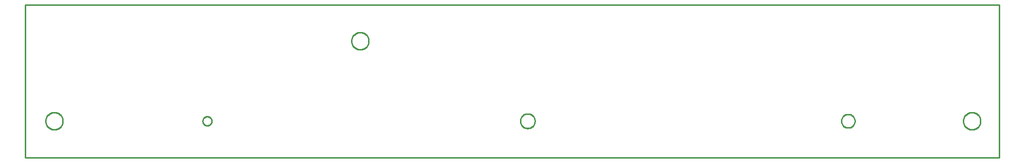
<source format=gko>
G04 EAGLE Gerber RS-274X export*
G75*
%MOMM*%
%FSLAX34Y34*%
%LPD*%
%INBoard Outline*%
%IPPOS*%
%AMOC8*
5,1,8,0,0,1.08239X$1,22.5*%
G01*
%ADD10C,0.000000*%
%ADD11C,0.254000*%


D10*
X0Y-50800D02*
X1698500Y-50800D01*
X1698500Y215800D01*
X0Y215800D01*
X0Y-50800D01*
X1423289Y12700D02*
X1423293Y12990D01*
X1423303Y13280D01*
X1423321Y13569D01*
X1423346Y13858D01*
X1423378Y14146D01*
X1423417Y14433D01*
X1423463Y14719D01*
X1423516Y15004D01*
X1423576Y15288D01*
X1423643Y15570D01*
X1423717Y15850D01*
X1423798Y16129D01*
X1423885Y16405D01*
X1423979Y16679D01*
X1424080Y16951D01*
X1424188Y17220D01*
X1424302Y17486D01*
X1424423Y17750D01*
X1424550Y18010D01*
X1424684Y18268D01*
X1424823Y18522D01*
X1424969Y18772D01*
X1425121Y19019D01*
X1425280Y19262D01*
X1425444Y19501D01*
X1425613Y19736D01*
X1425789Y19967D01*
X1425970Y20193D01*
X1426157Y20415D01*
X1426349Y20632D01*
X1426546Y20844D01*
X1426748Y21052D01*
X1426956Y21254D01*
X1427168Y21451D01*
X1427385Y21643D01*
X1427607Y21830D01*
X1427833Y22011D01*
X1428064Y22187D01*
X1428299Y22356D01*
X1428538Y22520D01*
X1428781Y22679D01*
X1429028Y22831D01*
X1429278Y22977D01*
X1429532Y23116D01*
X1429790Y23250D01*
X1430050Y23377D01*
X1430314Y23498D01*
X1430580Y23612D01*
X1430849Y23720D01*
X1431121Y23821D01*
X1431395Y23915D01*
X1431671Y24002D01*
X1431950Y24083D01*
X1432230Y24157D01*
X1432512Y24224D01*
X1432796Y24284D01*
X1433081Y24337D01*
X1433367Y24383D01*
X1433654Y24422D01*
X1433942Y24454D01*
X1434231Y24479D01*
X1434520Y24497D01*
X1434810Y24507D01*
X1435100Y24511D01*
X1435390Y24507D01*
X1435680Y24497D01*
X1435969Y24479D01*
X1436258Y24454D01*
X1436546Y24422D01*
X1436833Y24383D01*
X1437119Y24337D01*
X1437404Y24284D01*
X1437688Y24224D01*
X1437970Y24157D01*
X1438250Y24083D01*
X1438529Y24002D01*
X1438805Y23915D01*
X1439079Y23821D01*
X1439351Y23720D01*
X1439620Y23612D01*
X1439886Y23498D01*
X1440150Y23377D01*
X1440410Y23250D01*
X1440668Y23116D01*
X1440922Y22977D01*
X1441172Y22831D01*
X1441419Y22679D01*
X1441662Y22520D01*
X1441901Y22356D01*
X1442136Y22187D01*
X1442367Y22011D01*
X1442593Y21830D01*
X1442815Y21643D01*
X1443032Y21451D01*
X1443244Y21254D01*
X1443452Y21052D01*
X1443654Y20844D01*
X1443851Y20632D01*
X1444043Y20415D01*
X1444230Y20193D01*
X1444411Y19967D01*
X1444587Y19736D01*
X1444756Y19501D01*
X1444920Y19262D01*
X1445079Y19019D01*
X1445231Y18772D01*
X1445377Y18522D01*
X1445516Y18268D01*
X1445650Y18010D01*
X1445777Y17750D01*
X1445898Y17486D01*
X1446012Y17220D01*
X1446120Y16951D01*
X1446221Y16679D01*
X1446315Y16405D01*
X1446402Y16129D01*
X1446483Y15850D01*
X1446557Y15570D01*
X1446624Y15288D01*
X1446684Y15004D01*
X1446737Y14719D01*
X1446783Y14433D01*
X1446822Y14146D01*
X1446854Y13858D01*
X1446879Y13569D01*
X1446897Y13280D01*
X1446907Y12990D01*
X1446911Y12700D01*
X1446907Y12410D01*
X1446897Y12120D01*
X1446879Y11831D01*
X1446854Y11542D01*
X1446822Y11254D01*
X1446783Y10967D01*
X1446737Y10681D01*
X1446684Y10396D01*
X1446624Y10112D01*
X1446557Y9830D01*
X1446483Y9550D01*
X1446402Y9271D01*
X1446315Y8995D01*
X1446221Y8721D01*
X1446120Y8449D01*
X1446012Y8180D01*
X1445898Y7914D01*
X1445777Y7650D01*
X1445650Y7390D01*
X1445516Y7132D01*
X1445377Y6878D01*
X1445231Y6628D01*
X1445079Y6381D01*
X1444920Y6138D01*
X1444756Y5899D01*
X1444587Y5664D01*
X1444411Y5433D01*
X1444230Y5207D01*
X1444043Y4985D01*
X1443851Y4768D01*
X1443654Y4556D01*
X1443452Y4348D01*
X1443244Y4146D01*
X1443032Y3949D01*
X1442815Y3757D01*
X1442593Y3570D01*
X1442367Y3389D01*
X1442136Y3213D01*
X1441901Y3044D01*
X1441662Y2880D01*
X1441419Y2721D01*
X1441172Y2569D01*
X1440922Y2423D01*
X1440668Y2284D01*
X1440410Y2150D01*
X1440150Y2023D01*
X1439886Y1902D01*
X1439620Y1788D01*
X1439351Y1680D01*
X1439079Y1579D01*
X1438805Y1485D01*
X1438529Y1398D01*
X1438250Y1317D01*
X1437970Y1243D01*
X1437688Y1176D01*
X1437404Y1116D01*
X1437119Y1063D01*
X1436833Y1017D01*
X1436546Y978D01*
X1436258Y946D01*
X1435969Y921D01*
X1435680Y903D01*
X1435390Y893D01*
X1435100Y889D01*
X1434810Y893D01*
X1434520Y903D01*
X1434231Y921D01*
X1433942Y946D01*
X1433654Y978D01*
X1433367Y1017D01*
X1433081Y1063D01*
X1432796Y1116D01*
X1432512Y1176D01*
X1432230Y1243D01*
X1431950Y1317D01*
X1431671Y1398D01*
X1431395Y1485D01*
X1431121Y1579D01*
X1430849Y1680D01*
X1430580Y1788D01*
X1430314Y1902D01*
X1430050Y2023D01*
X1429790Y2150D01*
X1429532Y2284D01*
X1429278Y2423D01*
X1429028Y2569D01*
X1428781Y2721D01*
X1428538Y2880D01*
X1428299Y3044D01*
X1428064Y3213D01*
X1427833Y3389D01*
X1427607Y3570D01*
X1427385Y3757D01*
X1427168Y3949D01*
X1426956Y4146D01*
X1426748Y4348D01*
X1426546Y4556D01*
X1426349Y4768D01*
X1426157Y4985D01*
X1425970Y5207D01*
X1425789Y5433D01*
X1425613Y5664D01*
X1425444Y5899D01*
X1425280Y6138D01*
X1425121Y6381D01*
X1424969Y6628D01*
X1424823Y6878D01*
X1424684Y7132D01*
X1424550Y7390D01*
X1424423Y7650D01*
X1424302Y7914D01*
X1424188Y8180D01*
X1424080Y8449D01*
X1423979Y8721D01*
X1423885Y8995D01*
X1423798Y9271D01*
X1423717Y9550D01*
X1423643Y9830D01*
X1423576Y10112D01*
X1423516Y10396D01*
X1423463Y10681D01*
X1423417Y10967D01*
X1423378Y11254D01*
X1423346Y11542D01*
X1423321Y11831D01*
X1423303Y12120D01*
X1423293Y12410D01*
X1423289Y12700D01*
X309626Y12700D02*
X309628Y12893D01*
X309635Y13086D01*
X309647Y13279D01*
X309664Y13472D01*
X309685Y13664D01*
X309711Y13855D01*
X309742Y14046D01*
X309777Y14236D01*
X309817Y14425D01*
X309862Y14613D01*
X309911Y14800D01*
X309965Y14986D01*
X310023Y15170D01*
X310086Y15353D01*
X310154Y15534D01*
X310225Y15713D01*
X310302Y15891D01*
X310382Y16067D01*
X310467Y16240D01*
X310556Y16412D01*
X310649Y16581D01*
X310746Y16748D01*
X310848Y16913D01*
X310953Y17075D01*
X311062Y17234D01*
X311176Y17391D01*
X311293Y17544D01*
X311413Y17695D01*
X311538Y17843D01*
X311666Y17988D01*
X311797Y18129D01*
X311932Y18268D01*
X312071Y18403D01*
X312212Y18534D01*
X312357Y18662D01*
X312505Y18787D01*
X312656Y18907D01*
X312809Y19024D01*
X312966Y19138D01*
X313125Y19247D01*
X313287Y19352D01*
X313452Y19454D01*
X313619Y19551D01*
X313788Y19644D01*
X313960Y19733D01*
X314133Y19818D01*
X314309Y19898D01*
X314487Y19975D01*
X314666Y20046D01*
X314847Y20114D01*
X315030Y20177D01*
X315214Y20235D01*
X315400Y20289D01*
X315587Y20338D01*
X315775Y20383D01*
X315964Y20423D01*
X316154Y20458D01*
X316345Y20489D01*
X316536Y20515D01*
X316728Y20536D01*
X316921Y20553D01*
X317114Y20565D01*
X317307Y20572D01*
X317500Y20574D01*
X317693Y20572D01*
X317886Y20565D01*
X318079Y20553D01*
X318272Y20536D01*
X318464Y20515D01*
X318655Y20489D01*
X318846Y20458D01*
X319036Y20423D01*
X319225Y20383D01*
X319413Y20338D01*
X319600Y20289D01*
X319786Y20235D01*
X319970Y20177D01*
X320153Y20114D01*
X320334Y20046D01*
X320513Y19975D01*
X320691Y19898D01*
X320867Y19818D01*
X321040Y19733D01*
X321212Y19644D01*
X321381Y19551D01*
X321548Y19454D01*
X321713Y19352D01*
X321875Y19247D01*
X322034Y19138D01*
X322191Y19024D01*
X322344Y18907D01*
X322495Y18787D01*
X322643Y18662D01*
X322788Y18534D01*
X322929Y18403D01*
X323068Y18268D01*
X323203Y18129D01*
X323334Y17988D01*
X323462Y17843D01*
X323587Y17695D01*
X323707Y17544D01*
X323824Y17391D01*
X323938Y17234D01*
X324047Y17075D01*
X324152Y16913D01*
X324254Y16748D01*
X324351Y16581D01*
X324444Y16412D01*
X324533Y16240D01*
X324618Y16067D01*
X324698Y15891D01*
X324775Y15713D01*
X324846Y15534D01*
X324914Y15353D01*
X324977Y15170D01*
X325035Y14986D01*
X325089Y14800D01*
X325138Y14613D01*
X325183Y14425D01*
X325223Y14236D01*
X325258Y14046D01*
X325289Y13855D01*
X325315Y13664D01*
X325336Y13472D01*
X325353Y13279D01*
X325365Y13086D01*
X325372Y12893D01*
X325374Y12700D01*
X325372Y12507D01*
X325365Y12314D01*
X325353Y12121D01*
X325336Y11928D01*
X325315Y11736D01*
X325289Y11545D01*
X325258Y11354D01*
X325223Y11164D01*
X325183Y10975D01*
X325138Y10787D01*
X325089Y10600D01*
X325035Y10414D01*
X324977Y10230D01*
X324914Y10047D01*
X324846Y9866D01*
X324775Y9687D01*
X324698Y9509D01*
X324618Y9333D01*
X324533Y9160D01*
X324444Y8988D01*
X324351Y8819D01*
X324254Y8652D01*
X324152Y8487D01*
X324047Y8325D01*
X323938Y8166D01*
X323824Y8009D01*
X323707Y7856D01*
X323587Y7705D01*
X323462Y7557D01*
X323334Y7412D01*
X323203Y7271D01*
X323068Y7132D01*
X322929Y6997D01*
X322788Y6866D01*
X322643Y6738D01*
X322495Y6613D01*
X322344Y6493D01*
X322191Y6376D01*
X322034Y6262D01*
X321875Y6153D01*
X321713Y6048D01*
X321548Y5946D01*
X321381Y5849D01*
X321212Y5756D01*
X321040Y5667D01*
X320867Y5582D01*
X320691Y5502D01*
X320513Y5425D01*
X320334Y5354D01*
X320153Y5286D01*
X319970Y5223D01*
X319786Y5165D01*
X319600Y5111D01*
X319413Y5062D01*
X319225Y5017D01*
X319036Y4977D01*
X318846Y4942D01*
X318655Y4911D01*
X318464Y4885D01*
X318272Y4864D01*
X318079Y4847D01*
X317886Y4835D01*
X317693Y4828D01*
X317500Y4826D01*
X317307Y4828D01*
X317114Y4835D01*
X316921Y4847D01*
X316728Y4864D01*
X316536Y4885D01*
X316345Y4911D01*
X316154Y4942D01*
X315964Y4977D01*
X315775Y5017D01*
X315587Y5062D01*
X315400Y5111D01*
X315214Y5165D01*
X315030Y5223D01*
X314847Y5286D01*
X314666Y5354D01*
X314487Y5425D01*
X314309Y5502D01*
X314133Y5582D01*
X313960Y5667D01*
X313788Y5756D01*
X313619Y5849D01*
X313452Y5946D01*
X313287Y6048D01*
X313125Y6153D01*
X312966Y6262D01*
X312809Y6376D01*
X312656Y6493D01*
X312505Y6613D01*
X312357Y6738D01*
X312212Y6866D01*
X312071Y6997D01*
X311932Y7132D01*
X311797Y7271D01*
X311666Y7412D01*
X311538Y7557D01*
X311413Y7705D01*
X311293Y7856D01*
X311176Y8009D01*
X311062Y8166D01*
X310953Y8325D01*
X310848Y8487D01*
X310746Y8652D01*
X310649Y8819D01*
X310556Y8988D01*
X310467Y9160D01*
X310382Y9333D01*
X310302Y9509D01*
X310225Y9687D01*
X310154Y9866D01*
X310086Y10047D01*
X310023Y10230D01*
X309965Y10414D01*
X309911Y10600D01*
X309862Y10787D01*
X309817Y10975D01*
X309777Y11164D01*
X309742Y11354D01*
X309711Y11545D01*
X309685Y11736D01*
X309664Y11928D01*
X309647Y12121D01*
X309635Y12314D01*
X309628Y12507D01*
X309626Y12700D01*
X863600Y12700D02*
X863604Y13012D01*
X863615Y13323D01*
X863634Y13634D01*
X863661Y13945D01*
X863696Y14255D01*
X863737Y14563D01*
X863787Y14871D01*
X863844Y15178D01*
X863909Y15483D01*
X863981Y15786D01*
X864060Y16087D01*
X864147Y16387D01*
X864241Y16684D01*
X864342Y16979D01*
X864451Y17271D01*
X864567Y17560D01*
X864690Y17847D01*
X864819Y18130D01*
X864956Y18410D01*
X865100Y18687D01*
X865250Y18960D01*
X865407Y19229D01*
X865570Y19494D01*
X865740Y19756D01*
X865917Y20013D01*
X866099Y20265D01*
X866288Y20513D01*
X866483Y20757D01*
X866683Y20995D01*
X866890Y21229D01*
X867102Y21457D01*
X867320Y21680D01*
X867543Y21898D01*
X867771Y22110D01*
X868005Y22317D01*
X868243Y22517D01*
X868487Y22712D01*
X868735Y22901D01*
X868987Y23083D01*
X869244Y23260D01*
X869506Y23430D01*
X869771Y23593D01*
X870040Y23750D01*
X870313Y23900D01*
X870590Y24044D01*
X870870Y24181D01*
X871153Y24310D01*
X871440Y24433D01*
X871729Y24549D01*
X872021Y24658D01*
X872316Y24759D01*
X872613Y24853D01*
X872913Y24940D01*
X873214Y25019D01*
X873517Y25091D01*
X873822Y25156D01*
X874129Y25213D01*
X874437Y25263D01*
X874745Y25304D01*
X875055Y25339D01*
X875366Y25366D01*
X875677Y25385D01*
X875988Y25396D01*
X876300Y25400D01*
X876612Y25396D01*
X876923Y25385D01*
X877234Y25366D01*
X877545Y25339D01*
X877855Y25304D01*
X878163Y25263D01*
X878471Y25213D01*
X878778Y25156D01*
X879083Y25091D01*
X879386Y25019D01*
X879687Y24940D01*
X879987Y24853D01*
X880284Y24759D01*
X880579Y24658D01*
X880871Y24549D01*
X881160Y24433D01*
X881447Y24310D01*
X881730Y24181D01*
X882010Y24044D01*
X882287Y23900D01*
X882560Y23750D01*
X882829Y23593D01*
X883094Y23430D01*
X883356Y23260D01*
X883613Y23083D01*
X883865Y22901D01*
X884113Y22712D01*
X884357Y22517D01*
X884595Y22317D01*
X884829Y22110D01*
X885057Y21898D01*
X885280Y21680D01*
X885498Y21457D01*
X885710Y21229D01*
X885917Y20995D01*
X886117Y20757D01*
X886312Y20513D01*
X886501Y20265D01*
X886683Y20013D01*
X886860Y19756D01*
X887030Y19494D01*
X887193Y19229D01*
X887350Y18960D01*
X887500Y18687D01*
X887644Y18410D01*
X887781Y18130D01*
X887910Y17847D01*
X888033Y17560D01*
X888149Y17271D01*
X888258Y16979D01*
X888359Y16684D01*
X888453Y16387D01*
X888540Y16087D01*
X888619Y15786D01*
X888691Y15483D01*
X888756Y15178D01*
X888813Y14871D01*
X888863Y14563D01*
X888904Y14255D01*
X888939Y13945D01*
X888966Y13634D01*
X888985Y13323D01*
X888996Y13012D01*
X889000Y12700D01*
X888996Y12388D01*
X888985Y12077D01*
X888966Y11766D01*
X888939Y11455D01*
X888904Y11145D01*
X888863Y10837D01*
X888813Y10529D01*
X888756Y10222D01*
X888691Y9917D01*
X888619Y9614D01*
X888540Y9313D01*
X888453Y9013D01*
X888359Y8716D01*
X888258Y8421D01*
X888149Y8129D01*
X888033Y7840D01*
X887910Y7553D01*
X887781Y7270D01*
X887644Y6990D01*
X887500Y6713D01*
X887350Y6440D01*
X887193Y6171D01*
X887030Y5906D01*
X886860Y5644D01*
X886683Y5387D01*
X886501Y5135D01*
X886312Y4887D01*
X886117Y4643D01*
X885917Y4405D01*
X885710Y4171D01*
X885498Y3943D01*
X885280Y3720D01*
X885057Y3502D01*
X884829Y3290D01*
X884595Y3083D01*
X884357Y2883D01*
X884113Y2688D01*
X883865Y2499D01*
X883613Y2317D01*
X883356Y2140D01*
X883094Y1970D01*
X882829Y1807D01*
X882560Y1650D01*
X882287Y1500D01*
X882010Y1356D01*
X881730Y1219D01*
X881447Y1090D01*
X881160Y967D01*
X880871Y851D01*
X880579Y742D01*
X880284Y641D01*
X879987Y547D01*
X879687Y460D01*
X879386Y381D01*
X879083Y309D01*
X878778Y244D01*
X878471Y187D01*
X878163Y137D01*
X877855Y96D01*
X877545Y61D01*
X877234Y34D01*
X876923Y15D01*
X876612Y4D01*
X876300Y0D01*
X875988Y4D01*
X875677Y15D01*
X875366Y34D01*
X875055Y61D01*
X874745Y96D01*
X874437Y137D01*
X874129Y187D01*
X873822Y244D01*
X873517Y309D01*
X873214Y381D01*
X872913Y460D01*
X872613Y547D01*
X872316Y641D01*
X872021Y742D01*
X871729Y851D01*
X871440Y967D01*
X871153Y1090D01*
X870870Y1219D01*
X870590Y1356D01*
X870313Y1500D01*
X870040Y1650D01*
X869771Y1807D01*
X869506Y1970D01*
X869244Y2140D01*
X868987Y2317D01*
X868735Y2499D01*
X868487Y2688D01*
X868243Y2883D01*
X868005Y3083D01*
X867771Y3290D01*
X867543Y3502D01*
X867320Y3720D01*
X867102Y3943D01*
X866890Y4171D01*
X866683Y4405D01*
X866483Y4643D01*
X866288Y4887D01*
X866099Y5135D01*
X865917Y5387D01*
X865740Y5644D01*
X865570Y5906D01*
X865407Y6171D01*
X865250Y6440D01*
X865100Y6713D01*
X864956Y6990D01*
X864819Y7270D01*
X864690Y7553D01*
X864567Y7840D01*
X864451Y8129D01*
X864342Y8421D01*
X864241Y8716D01*
X864147Y9013D01*
X864060Y9313D01*
X863981Y9614D01*
X863909Y9917D01*
X863844Y10222D01*
X863787Y10529D01*
X863737Y10837D01*
X863696Y11145D01*
X863661Y11455D01*
X863634Y11766D01*
X863615Y12077D01*
X863604Y12388D01*
X863600Y12700D01*
X35800Y12700D02*
X35805Y13068D01*
X35818Y13436D01*
X35841Y13803D01*
X35872Y14170D01*
X35913Y14536D01*
X35962Y14901D01*
X36021Y15264D01*
X36088Y15626D01*
X36164Y15987D01*
X36250Y16345D01*
X36343Y16701D01*
X36446Y17054D01*
X36557Y17405D01*
X36677Y17753D01*
X36805Y18098D01*
X36942Y18440D01*
X37087Y18779D01*
X37240Y19113D01*
X37402Y19444D01*
X37571Y19771D01*
X37749Y20093D01*
X37934Y20412D01*
X38127Y20725D01*
X38328Y21034D01*
X38536Y21337D01*
X38752Y21635D01*
X38975Y21928D01*
X39205Y22216D01*
X39442Y22498D01*
X39686Y22773D01*
X39936Y23043D01*
X40193Y23307D01*
X40457Y23564D01*
X40727Y23814D01*
X41002Y24058D01*
X41284Y24295D01*
X41572Y24525D01*
X41865Y24748D01*
X42163Y24964D01*
X42466Y25172D01*
X42775Y25373D01*
X43088Y25566D01*
X43407Y25751D01*
X43729Y25929D01*
X44056Y26098D01*
X44387Y26260D01*
X44721Y26413D01*
X45060Y26558D01*
X45402Y26695D01*
X45747Y26823D01*
X46095Y26943D01*
X46446Y27054D01*
X46799Y27157D01*
X47155Y27250D01*
X47513Y27336D01*
X47874Y27412D01*
X48236Y27479D01*
X48599Y27538D01*
X48964Y27587D01*
X49330Y27628D01*
X49697Y27659D01*
X50064Y27682D01*
X50432Y27695D01*
X50800Y27700D01*
X51168Y27695D01*
X51536Y27682D01*
X51903Y27659D01*
X52270Y27628D01*
X52636Y27587D01*
X53001Y27538D01*
X53364Y27479D01*
X53726Y27412D01*
X54087Y27336D01*
X54445Y27250D01*
X54801Y27157D01*
X55154Y27054D01*
X55505Y26943D01*
X55853Y26823D01*
X56198Y26695D01*
X56540Y26558D01*
X56879Y26413D01*
X57213Y26260D01*
X57544Y26098D01*
X57871Y25929D01*
X58193Y25751D01*
X58512Y25566D01*
X58825Y25373D01*
X59134Y25172D01*
X59437Y24964D01*
X59735Y24748D01*
X60028Y24525D01*
X60316Y24295D01*
X60598Y24058D01*
X60873Y23814D01*
X61143Y23564D01*
X61407Y23307D01*
X61664Y23043D01*
X61914Y22773D01*
X62158Y22498D01*
X62395Y22216D01*
X62625Y21928D01*
X62848Y21635D01*
X63064Y21337D01*
X63272Y21034D01*
X63473Y20725D01*
X63666Y20412D01*
X63851Y20093D01*
X64029Y19771D01*
X64198Y19444D01*
X64360Y19113D01*
X64513Y18779D01*
X64658Y18440D01*
X64795Y18098D01*
X64923Y17753D01*
X65043Y17405D01*
X65154Y17054D01*
X65257Y16701D01*
X65350Y16345D01*
X65436Y15987D01*
X65512Y15626D01*
X65579Y15264D01*
X65638Y14901D01*
X65687Y14536D01*
X65728Y14170D01*
X65759Y13803D01*
X65782Y13436D01*
X65795Y13068D01*
X65800Y12700D01*
X65795Y12332D01*
X65782Y11964D01*
X65759Y11597D01*
X65728Y11230D01*
X65687Y10864D01*
X65638Y10499D01*
X65579Y10136D01*
X65512Y9774D01*
X65436Y9413D01*
X65350Y9055D01*
X65257Y8699D01*
X65154Y8346D01*
X65043Y7995D01*
X64923Y7647D01*
X64795Y7302D01*
X64658Y6960D01*
X64513Y6621D01*
X64360Y6287D01*
X64198Y5956D01*
X64029Y5629D01*
X63851Y5307D01*
X63666Y4988D01*
X63473Y4675D01*
X63272Y4366D01*
X63064Y4063D01*
X62848Y3765D01*
X62625Y3472D01*
X62395Y3184D01*
X62158Y2902D01*
X61914Y2627D01*
X61664Y2357D01*
X61407Y2093D01*
X61143Y1836D01*
X60873Y1586D01*
X60598Y1342D01*
X60316Y1105D01*
X60028Y875D01*
X59735Y652D01*
X59437Y436D01*
X59134Y228D01*
X58825Y27D01*
X58512Y-166D01*
X58193Y-351D01*
X57871Y-529D01*
X57544Y-698D01*
X57213Y-860D01*
X56879Y-1013D01*
X56540Y-1158D01*
X56198Y-1295D01*
X55853Y-1423D01*
X55505Y-1543D01*
X55154Y-1654D01*
X54801Y-1757D01*
X54445Y-1850D01*
X54087Y-1936D01*
X53726Y-2012D01*
X53364Y-2079D01*
X53001Y-2138D01*
X52636Y-2187D01*
X52270Y-2228D01*
X51903Y-2259D01*
X51536Y-2282D01*
X51168Y-2295D01*
X50800Y-2300D01*
X50432Y-2295D01*
X50064Y-2282D01*
X49697Y-2259D01*
X49330Y-2228D01*
X48964Y-2187D01*
X48599Y-2138D01*
X48236Y-2079D01*
X47874Y-2012D01*
X47513Y-1936D01*
X47155Y-1850D01*
X46799Y-1757D01*
X46446Y-1654D01*
X46095Y-1543D01*
X45747Y-1423D01*
X45402Y-1295D01*
X45060Y-1158D01*
X44721Y-1013D01*
X44387Y-860D01*
X44056Y-698D01*
X43729Y-529D01*
X43407Y-351D01*
X43088Y-166D01*
X42775Y27D01*
X42466Y228D01*
X42163Y436D01*
X41865Y652D01*
X41572Y875D01*
X41284Y1105D01*
X41002Y1342D01*
X40727Y1586D01*
X40457Y1836D01*
X40193Y2093D01*
X39936Y2357D01*
X39686Y2627D01*
X39442Y2902D01*
X39205Y3184D01*
X38975Y3472D01*
X38752Y3765D01*
X38536Y4063D01*
X38328Y4366D01*
X38127Y4675D01*
X37934Y4988D01*
X37749Y5307D01*
X37571Y5629D01*
X37402Y5956D01*
X37240Y6287D01*
X37087Y6621D01*
X36942Y6960D01*
X36805Y7302D01*
X36677Y7647D01*
X36557Y7995D01*
X36446Y8346D01*
X36343Y8699D01*
X36250Y9055D01*
X36164Y9413D01*
X36088Y9774D01*
X36021Y10136D01*
X35962Y10499D01*
X35913Y10864D01*
X35872Y11230D01*
X35841Y11597D01*
X35818Y11964D01*
X35805Y12332D01*
X35800Y12700D01*
X1636000Y12700D02*
X1636005Y13068D01*
X1636018Y13436D01*
X1636041Y13803D01*
X1636072Y14170D01*
X1636113Y14536D01*
X1636162Y14901D01*
X1636221Y15264D01*
X1636288Y15626D01*
X1636364Y15987D01*
X1636450Y16345D01*
X1636543Y16701D01*
X1636646Y17054D01*
X1636757Y17405D01*
X1636877Y17753D01*
X1637005Y18098D01*
X1637142Y18440D01*
X1637287Y18779D01*
X1637440Y19113D01*
X1637602Y19444D01*
X1637771Y19771D01*
X1637949Y20093D01*
X1638134Y20412D01*
X1638327Y20725D01*
X1638528Y21034D01*
X1638736Y21337D01*
X1638952Y21635D01*
X1639175Y21928D01*
X1639405Y22216D01*
X1639642Y22498D01*
X1639886Y22773D01*
X1640136Y23043D01*
X1640393Y23307D01*
X1640657Y23564D01*
X1640927Y23814D01*
X1641202Y24058D01*
X1641484Y24295D01*
X1641772Y24525D01*
X1642065Y24748D01*
X1642363Y24964D01*
X1642666Y25172D01*
X1642975Y25373D01*
X1643288Y25566D01*
X1643607Y25751D01*
X1643929Y25929D01*
X1644256Y26098D01*
X1644587Y26260D01*
X1644921Y26413D01*
X1645260Y26558D01*
X1645602Y26695D01*
X1645947Y26823D01*
X1646295Y26943D01*
X1646646Y27054D01*
X1646999Y27157D01*
X1647355Y27250D01*
X1647713Y27336D01*
X1648074Y27412D01*
X1648436Y27479D01*
X1648799Y27538D01*
X1649164Y27587D01*
X1649530Y27628D01*
X1649897Y27659D01*
X1650264Y27682D01*
X1650632Y27695D01*
X1651000Y27700D01*
X1651368Y27695D01*
X1651736Y27682D01*
X1652103Y27659D01*
X1652470Y27628D01*
X1652836Y27587D01*
X1653201Y27538D01*
X1653564Y27479D01*
X1653926Y27412D01*
X1654287Y27336D01*
X1654645Y27250D01*
X1655001Y27157D01*
X1655354Y27054D01*
X1655705Y26943D01*
X1656053Y26823D01*
X1656398Y26695D01*
X1656740Y26558D01*
X1657079Y26413D01*
X1657413Y26260D01*
X1657744Y26098D01*
X1658071Y25929D01*
X1658393Y25751D01*
X1658712Y25566D01*
X1659025Y25373D01*
X1659334Y25172D01*
X1659637Y24964D01*
X1659935Y24748D01*
X1660228Y24525D01*
X1660516Y24295D01*
X1660798Y24058D01*
X1661073Y23814D01*
X1661343Y23564D01*
X1661607Y23307D01*
X1661864Y23043D01*
X1662114Y22773D01*
X1662358Y22498D01*
X1662595Y22216D01*
X1662825Y21928D01*
X1663048Y21635D01*
X1663264Y21337D01*
X1663472Y21034D01*
X1663673Y20725D01*
X1663866Y20412D01*
X1664051Y20093D01*
X1664229Y19771D01*
X1664398Y19444D01*
X1664560Y19113D01*
X1664713Y18779D01*
X1664858Y18440D01*
X1664995Y18098D01*
X1665123Y17753D01*
X1665243Y17405D01*
X1665354Y17054D01*
X1665457Y16701D01*
X1665550Y16345D01*
X1665636Y15987D01*
X1665712Y15626D01*
X1665779Y15264D01*
X1665838Y14901D01*
X1665887Y14536D01*
X1665928Y14170D01*
X1665959Y13803D01*
X1665982Y13436D01*
X1665995Y13068D01*
X1666000Y12700D01*
X1665995Y12332D01*
X1665982Y11964D01*
X1665959Y11597D01*
X1665928Y11230D01*
X1665887Y10864D01*
X1665838Y10499D01*
X1665779Y10136D01*
X1665712Y9774D01*
X1665636Y9413D01*
X1665550Y9055D01*
X1665457Y8699D01*
X1665354Y8346D01*
X1665243Y7995D01*
X1665123Y7647D01*
X1664995Y7302D01*
X1664858Y6960D01*
X1664713Y6621D01*
X1664560Y6287D01*
X1664398Y5956D01*
X1664229Y5629D01*
X1664051Y5307D01*
X1663866Y4988D01*
X1663673Y4675D01*
X1663472Y4366D01*
X1663264Y4063D01*
X1663048Y3765D01*
X1662825Y3472D01*
X1662595Y3184D01*
X1662358Y2902D01*
X1662114Y2627D01*
X1661864Y2357D01*
X1661607Y2093D01*
X1661343Y1836D01*
X1661073Y1586D01*
X1660798Y1342D01*
X1660516Y1105D01*
X1660228Y875D01*
X1659935Y652D01*
X1659637Y436D01*
X1659334Y228D01*
X1659025Y27D01*
X1658712Y-166D01*
X1658393Y-351D01*
X1658071Y-529D01*
X1657744Y-698D01*
X1657413Y-860D01*
X1657079Y-1013D01*
X1656740Y-1158D01*
X1656398Y-1295D01*
X1656053Y-1423D01*
X1655705Y-1543D01*
X1655354Y-1654D01*
X1655001Y-1757D01*
X1654645Y-1850D01*
X1654287Y-1936D01*
X1653926Y-2012D01*
X1653564Y-2079D01*
X1653201Y-2138D01*
X1652836Y-2187D01*
X1652470Y-2228D01*
X1652103Y-2259D01*
X1651736Y-2282D01*
X1651368Y-2295D01*
X1651000Y-2300D01*
X1650632Y-2295D01*
X1650264Y-2282D01*
X1649897Y-2259D01*
X1649530Y-2228D01*
X1649164Y-2187D01*
X1648799Y-2138D01*
X1648436Y-2079D01*
X1648074Y-2012D01*
X1647713Y-1936D01*
X1647355Y-1850D01*
X1646999Y-1757D01*
X1646646Y-1654D01*
X1646295Y-1543D01*
X1645947Y-1423D01*
X1645602Y-1295D01*
X1645260Y-1158D01*
X1644921Y-1013D01*
X1644587Y-860D01*
X1644256Y-698D01*
X1643929Y-529D01*
X1643607Y-351D01*
X1643288Y-166D01*
X1642975Y27D01*
X1642666Y228D01*
X1642363Y436D01*
X1642065Y652D01*
X1641772Y875D01*
X1641484Y1105D01*
X1641202Y1342D01*
X1640927Y1586D01*
X1640657Y1836D01*
X1640393Y2093D01*
X1640136Y2357D01*
X1639886Y2627D01*
X1639642Y2902D01*
X1639405Y3184D01*
X1639175Y3472D01*
X1638952Y3765D01*
X1638736Y4063D01*
X1638528Y4366D01*
X1638327Y4675D01*
X1638134Y4988D01*
X1637949Y5307D01*
X1637771Y5629D01*
X1637602Y5956D01*
X1637440Y6287D01*
X1637287Y6621D01*
X1637142Y6960D01*
X1637005Y7302D01*
X1636877Y7647D01*
X1636757Y7995D01*
X1636646Y8346D01*
X1636543Y8699D01*
X1636450Y9055D01*
X1636364Y9413D01*
X1636288Y9774D01*
X1636221Y10136D01*
X1636162Y10499D01*
X1636113Y10864D01*
X1636072Y11230D01*
X1636041Y11597D01*
X1636018Y11964D01*
X1636005Y12332D01*
X1636000Y12700D01*
X569200Y152400D02*
X569205Y152768D01*
X569218Y153136D01*
X569241Y153503D01*
X569272Y153870D01*
X569313Y154236D01*
X569362Y154601D01*
X569421Y154964D01*
X569488Y155326D01*
X569564Y155687D01*
X569650Y156045D01*
X569743Y156401D01*
X569846Y156754D01*
X569957Y157105D01*
X570077Y157453D01*
X570205Y157798D01*
X570342Y158140D01*
X570487Y158479D01*
X570640Y158813D01*
X570802Y159144D01*
X570971Y159471D01*
X571149Y159793D01*
X571334Y160112D01*
X571527Y160425D01*
X571728Y160734D01*
X571936Y161037D01*
X572152Y161335D01*
X572375Y161628D01*
X572605Y161916D01*
X572842Y162198D01*
X573086Y162473D01*
X573336Y162743D01*
X573593Y163007D01*
X573857Y163264D01*
X574127Y163514D01*
X574402Y163758D01*
X574684Y163995D01*
X574972Y164225D01*
X575265Y164448D01*
X575563Y164664D01*
X575866Y164872D01*
X576175Y165073D01*
X576488Y165266D01*
X576807Y165451D01*
X577129Y165629D01*
X577456Y165798D01*
X577787Y165960D01*
X578121Y166113D01*
X578460Y166258D01*
X578802Y166395D01*
X579147Y166523D01*
X579495Y166643D01*
X579846Y166754D01*
X580199Y166857D01*
X580555Y166950D01*
X580913Y167036D01*
X581274Y167112D01*
X581636Y167179D01*
X581999Y167238D01*
X582364Y167287D01*
X582730Y167328D01*
X583097Y167359D01*
X583464Y167382D01*
X583832Y167395D01*
X584200Y167400D01*
X584568Y167395D01*
X584936Y167382D01*
X585303Y167359D01*
X585670Y167328D01*
X586036Y167287D01*
X586401Y167238D01*
X586764Y167179D01*
X587126Y167112D01*
X587487Y167036D01*
X587845Y166950D01*
X588201Y166857D01*
X588554Y166754D01*
X588905Y166643D01*
X589253Y166523D01*
X589598Y166395D01*
X589940Y166258D01*
X590279Y166113D01*
X590613Y165960D01*
X590944Y165798D01*
X591271Y165629D01*
X591593Y165451D01*
X591912Y165266D01*
X592225Y165073D01*
X592534Y164872D01*
X592837Y164664D01*
X593135Y164448D01*
X593428Y164225D01*
X593716Y163995D01*
X593998Y163758D01*
X594273Y163514D01*
X594543Y163264D01*
X594807Y163007D01*
X595064Y162743D01*
X595314Y162473D01*
X595558Y162198D01*
X595795Y161916D01*
X596025Y161628D01*
X596248Y161335D01*
X596464Y161037D01*
X596672Y160734D01*
X596873Y160425D01*
X597066Y160112D01*
X597251Y159793D01*
X597429Y159471D01*
X597598Y159144D01*
X597760Y158813D01*
X597913Y158479D01*
X598058Y158140D01*
X598195Y157798D01*
X598323Y157453D01*
X598443Y157105D01*
X598554Y156754D01*
X598657Y156401D01*
X598750Y156045D01*
X598836Y155687D01*
X598912Y155326D01*
X598979Y154964D01*
X599038Y154601D01*
X599087Y154236D01*
X599128Y153870D01*
X599159Y153503D01*
X599182Y153136D01*
X599195Y152768D01*
X599200Y152400D01*
X599195Y152032D01*
X599182Y151664D01*
X599159Y151297D01*
X599128Y150930D01*
X599087Y150564D01*
X599038Y150199D01*
X598979Y149836D01*
X598912Y149474D01*
X598836Y149113D01*
X598750Y148755D01*
X598657Y148399D01*
X598554Y148046D01*
X598443Y147695D01*
X598323Y147347D01*
X598195Y147002D01*
X598058Y146660D01*
X597913Y146321D01*
X597760Y145987D01*
X597598Y145656D01*
X597429Y145329D01*
X597251Y145007D01*
X597066Y144688D01*
X596873Y144375D01*
X596672Y144066D01*
X596464Y143763D01*
X596248Y143465D01*
X596025Y143172D01*
X595795Y142884D01*
X595558Y142602D01*
X595314Y142327D01*
X595064Y142057D01*
X594807Y141793D01*
X594543Y141536D01*
X594273Y141286D01*
X593998Y141042D01*
X593716Y140805D01*
X593428Y140575D01*
X593135Y140352D01*
X592837Y140136D01*
X592534Y139928D01*
X592225Y139727D01*
X591912Y139534D01*
X591593Y139349D01*
X591271Y139171D01*
X590944Y139002D01*
X590613Y138840D01*
X590279Y138687D01*
X589940Y138542D01*
X589598Y138405D01*
X589253Y138277D01*
X588905Y138157D01*
X588554Y138046D01*
X588201Y137943D01*
X587845Y137850D01*
X587487Y137764D01*
X587126Y137688D01*
X586764Y137621D01*
X586401Y137562D01*
X586036Y137513D01*
X585670Y137472D01*
X585303Y137441D01*
X584936Y137418D01*
X584568Y137405D01*
X584200Y137400D01*
X583832Y137405D01*
X583464Y137418D01*
X583097Y137441D01*
X582730Y137472D01*
X582364Y137513D01*
X581999Y137562D01*
X581636Y137621D01*
X581274Y137688D01*
X580913Y137764D01*
X580555Y137850D01*
X580199Y137943D01*
X579846Y138046D01*
X579495Y138157D01*
X579147Y138277D01*
X578802Y138405D01*
X578460Y138542D01*
X578121Y138687D01*
X577787Y138840D01*
X577456Y139002D01*
X577129Y139171D01*
X576807Y139349D01*
X576488Y139534D01*
X576175Y139727D01*
X575866Y139928D01*
X575563Y140136D01*
X575265Y140352D01*
X574972Y140575D01*
X574684Y140805D01*
X574402Y141042D01*
X574127Y141286D01*
X573857Y141536D01*
X573593Y141793D01*
X573336Y142057D01*
X573086Y142327D01*
X572842Y142602D01*
X572605Y142884D01*
X572375Y143172D01*
X572152Y143465D01*
X571936Y143763D01*
X571728Y144066D01*
X571527Y144375D01*
X571334Y144688D01*
X571149Y145007D01*
X570971Y145329D01*
X570802Y145656D01*
X570640Y145987D01*
X570487Y146321D01*
X570342Y146660D01*
X570205Y147002D01*
X570077Y147347D01*
X569957Y147695D01*
X569846Y148046D01*
X569743Y148399D01*
X569650Y148755D01*
X569564Y149113D01*
X569488Y149474D01*
X569421Y149836D01*
X569362Y150199D01*
X569313Y150564D01*
X569272Y150930D01*
X569241Y151297D01*
X569218Y151664D01*
X569205Y152032D01*
X569200Y152400D01*
D11*
X0Y-50800D02*
X1698500Y-50800D01*
X1698500Y215800D01*
X0Y215800D01*
X0Y-50800D01*
X1423289Y13164D02*
X1423362Y14089D01*
X1423507Y15006D01*
X1423724Y15908D01*
X1424010Y16791D01*
X1424366Y17649D01*
X1424787Y18476D01*
X1425272Y19267D01*
X1425817Y20018D01*
X1426420Y20724D01*
X1427077Y21380D01*
X1427782Y21983D01*
X1428533Y22528D01*
X1429324Y23013D01*
X1430151Y23434D01*
X1431009Y23790D01*
X1431892Y24076D01*
X1432794Y24293D01*
X1433711Y24438D01*
X1434636Y24511D01*
X1435564Y24511D01*
X1436489Y24438D01*
X1437406Y24293D01*
X1438308Y24076D01*
X1439191Y23790D01*
X1440049Y23434D01*
X1440876Y23013D01*
X1441667Y22528D01*
X1442418Y21983D01*
X1443124Y21380D01*
X1443780Y20724D01*
X1444383Y20018D01*
X1444928Y19267D01*
X1445413Y18476D01*
X1445834Y17649D01*
X1446190Y16791D01*
X1446476Y15908D01*
X1446693Y15006D01*
X1446838Y14089D01*
X1446911Y13164D01*
X1446911Y12236D01*
X1446838Y11311D01*
X1446693Y10394D01*
X1446476Y9492D01*
X1446190Y8609D01*
X1445834Y7751D01*
X1445413Y6924D01*
X1444928Y6133D01*
X1444383Y5382D01*
X1443780Y4677D01*
X1443124Y4020D01*
X1442418Y3417D01*
X1441667Y2872D01*
X1440876Y2387D01*
X1440049Y1966D01*
X1439191Y1610D01*
X1438308Y1324D01*
X1437406Y1107D01*
X1436489Y962D01*
X1435564Y889D01*
X1434636Y889D01*
X1433711Y962D01*
X1432794Y1107D01*
X1431892Y1324D01*
X1431009Y1610D01*
X1430151Y1966D01*
X1429324Y2387D01*
X1428533Y2872D01*
X1427782Y3417D01*
X1427077Y4020D01*
X1426420Y4677D01*
X1425817Y5382D01*
X1425272Y6133D01*
X1424787Y6924D01*
X1424366Y7751D01*
X1424010Y8609D01*
X1423724Y9492D01*
X1423507Y10394D01*
X1423362Y11311D01*
X1423289Y12236D01*
X1423289Y13164D01*
X309626Y13087D02*
X309702Y13857D01*
X309853Y14616D01*
X310077Y15356D01*
X310373Y16071D01*
X310738Y16753D01*
X311168Y17396D01*
X311659Y17994D01*
X312206Y18541D01*
X312804Y19032D01*
X313447Y19462D01*
X314129Y19827D01*
X314844Y20123D01*
X315584Y20347D01*
X316343Y20498D01*
X317113Y20574D01*
X317887Y20574D01*
X318657Y20498D01*
X319416Y20347D01*
X320156Y20123D01*
X320871Y19827D01*
X321553Y19462D01*
X322196Y19032D01*
X322794Y18541D01*
X323341Y17994D01*
X323832Y17396D01*
X324262Y16753D01*
X324627Y16071D01*
X324923Y15356D01*
X325147Y14616D01*
X325298Y13857D01*
X325374Y13087D01*
X325374Y12313D01*
X325298Y11543D01*
X325147Y10784D01*
X324923Y10044D01*
X324627Y9329D01*
X324262Y8647D01*
X323832Y8004D01*
X323341Y7406D01*
X322794Y6859D01*
X322196Y6368D01*
X321553Y5938D01*
X320871Y5573D01*
X320156Y5277D01*
X319416Y5053D01*
X318657Y4902D01*
X317887Y4826D01*
X317113Y4826D01*
X316343Y4902D01*
X315584Y5053D01*
X314844Y5277D01*
X314129Y5573D01*
X313447Y5938D01*
X312804Y6368D01*
X312206Y6859D01*
X311659Y7406D01*
X311168Y8004D01*
X310738Y8647D01*
X310373Y9329D01*
X310077Y10044D01*
X309853Y10784D01*
X309702Y11543D01*
X309626Y12313D01*
X309626Y13087D01*
X863600Y13199D02*
X863678Y14194D01*
X863834Y15180D01*
X864067Y16150D01*
X864376Y17099D01*
X864758Y18021D01*
X865211Y18910D01*
X865732Y19761D01*
X866319Y20569D01*
X866967Y21327D01*
X867673Y22033D01*
X868431Y22681D01*
X869239Y23268D01*
X870090Y23789D01*
X870979Y24242D01*
X871901Y24624D01*
X872850Y24933D01*
X873820Y25166D01*
X874806Y25322D01*
X875801Y25400D01*
X876799Y25400D01*
X877794Y25322D01*
X878780Y25166D01*
X879750Y24933D01*
X880699Y24624D01*
X881621Y24242D01*
X882510Y23789D01*
X883361Y23268D01*
X884169Y22681D01*
X884927Y22033D01*
X885633Y21327D01*
X886281Y20569D01*
X886868Y19761D01*
X887389Y18910D01*
X887842Y18021D01*
X888224Y17099D01*
X888533Y16150D01*
X888766Y15180D01*
X888922Y14194D01*
X889000Y13199D01*
X889000Y12201D01*
X888922Y11206D01*
X888766Y10220D01*
X888533Y9250D01*
X888224Y8301D01*
X887842Y7379D01*
X887389Y6490D01*
X886868Y5639D01*
X886281Y4831D01*
X885633Y4073D01*
X884927Y3367D01*
X884169Y2719D01*
X883361Y2132D01*
X882510Y1611D01*
X881621Y1158D01*
X880699Y776D01*
X879750Y467D01*
X878780Y234D01*
X877794Y78D01*
X876799Y0D01*
X875801Y0D01*
X874806Y78D01*
X873820Y234D01*
X872850Y467D01*
X871901Y776D01*
X870979Y1158D01*
X870090Y1611D01*
X869239Y2132D01*
X868431Y2719D01*
X867673Y3367D01*
X866967Y4073D01*
X866319Y4831D01*
X865732Y5639D01*
X865211Y6490D01*
X864758Y7379D01*
X864376Y8301D01*
X864067Y9250D01*
X863834Y10220D01*
X863678Y11206D01*
X863600Y12201D01*
X863600Y13199D01*
X65800Y12164D02*
X65724Y11096D01*
X65571Y10035D01*
X65343Y8988D01*
X65041Y7960D01*
X64667Y6956D01*
X64222Y5981D01*
X63708Y5041D01*
X63129Y4140D01*
X62487Y3282D01*
X61785Y2472D01*
X61028Y1715D01*
X60218Y1013D01*
X59360Y371D01*
X58459Y-208D01*
X57519Y-722D01*
X56544Y-1167D01*
X55540Y-1541D01*
X54512Y-1843D01*
X53465Y-2071D01*
X52404Y-2224D01*
X51336Y-2300D01*
X50264Y-2300D01*
X49196Y-2224D01*
X48135Y-2071D01*
X47088Y-1843D01*
X46060Y-1541D01*
X45056Y-1167D01*
X44081Y-722D01*
X43141Y-208D01*
X42240Y371D01*
X41382Y1013D01*
X40572Y1715D01*
X39815Y2472D01*
X39113Y3282D01*
X38471Y4140D01*
X37892Y5041D01*
X37378Y5981D01*
X36933Y6956D01*
X36559Y7960D01*
X36257Y8988D01*
X36029Y10035D01*
X35876Y11096D01*
X35800Y12164D01*
X35800Y13236D01*
X35876Y14304D01*
X36029Y15365D01*
X36257Y16412D01*
X36559Y17440D01*
X36933Y18444D01*
X37378Y19419D01*
X37892Y20359D01*
X38471Y21260D01*
X39113Y22118D01*
X39815Y22928D01*
X40572Y23685D01*
X41382Y24387D01*
X42240Y25029D01*
X43141Y25608D01*
X44081Y26122D01*
X45056Y26567D01*
X46060Y26941D01*
X47088Y27243D01*
X48135Y27471D01*
X49196Y27624D01*
X50264Y27700D01*
X51336Y27700D01*
X52404Y27624D01*
X53465Y27471D01*
X54512Y27243D01*
X55540Y26941D01*
X56544Y26567D01*
X57519Y26122D01*
X58459Y25608D01*
X59360Y25029D01*
X60218Y24387D01*
X61028Y23685D01*
X61785Y22928D01*
X62487Y22118D01*
X63129Y21260D01*
X63708Y20359D01*
X64222Y19419D01*
X64667Y18444D01*
X65041Y17440D01*
X65343Y16412D01*
X65571Y15365D01*
X65724Y14304D01*
X65800Y13236D01*
X65800Y12164D01*
X1666000Y12164D02*
X1665924Y11096D01*
X1665771Y10035D01*
X1665543Y8988D01*
X1665241Y7960D01*
X1664867Y6956D01*
X1664422Y5981D01*
X1663908Y5041D01*
X1663329Y4140D01*
X1662687Y3282D01*
X1661985Y2472D01*
X1661228Y1715D01*
X1660418Y1013D01*
X1659560Y371D01*
X1658659Y-208D01*
X1657719Y-722D01*
X1656744Y-1167D01*
X1655740Y-1541D01*
X1654712Y-1843D01*
X1653665Y-2071D01*
X1652604Y-2224D01*
X1651536Y-2300D01*
X1650464Y-2300D01*
X1649396Y-2224D01*
X1648335Y-2071D01*
X1647288Y-1843D01*
X1646260Y-1541D01*
X1645256Y-1167D01*
X1644281Y-722D01*
X1643341Y-208D01*
X1642440Y371D01*
X1641582Y1013D01*
X1640772Y1715D01*
X1640015Y2472D01*
X1639313Y3282D01*
X1638671Y4140D01*
X1638092Y5041D01*
X1637578Y5981D01*
X1637133Y6956D01*
X1636759Y7960D01*
X1636457Y8988D01*
X1636229Y10035D01*
X1636076Y11096D01*
X1636000Y12164D01*
X1636000Y13236D01*
X1636076Y14304D01*
X1636229Y15365D01*
X1636457Y16412D01*
X1636759Y17440D01*
X1637133Y18444D01*
X1637578Y19419D01*
X1638092Y20359D01*
X1638671Y21260D01*
X1639313Y22118D01*
X1640015Y22928D01*
X1640772Y23685D01*
X1641582Y24387D01*
X1642440Y25029D01*
X1643341Y25608D01*
X1644281Y26122D01*
X1645256Y26567D01*
X1646260Y26941D01*
X1647288Y27243D01*
X1648335Y27471D01*
X1649396Y27624D01*
X1650464Y27700D01*
X1651536Y27700D01*
X1652604Y27624D01*
X1653665Y27471D01*
X1654712Y27243D01*
X1655740Y26941D01*
X1656744Y26567D01*
X1657719Y26122D01*
X1658659Y25608D01*
X1659560Y25029D01*
X1660418Y24387D01*
X1661228Y23685D01*
X1661985Y22928D01*
X1662687Y22118D01*
X1663329Y21260D01*
X1663908Y20359D01*
X1664422Y19419D01*
X1664867Y18444D01*
X1665241Y17440D01*
X1665543Y16412D01*
X1665771Y15365D01*
X1665924Y14304D01*
X1666000Y13236D01*
X1666000Y12164D01*
X599200Y151864D02*
X599124Y150796D01*
X598971Y149735D01*
X598743Y148688D01*
X598441Y147660D01*
X598067Y146656D01*
X597622Y145681D01*
X597108Y144741D01*
X596529Y143840D01*
X595887Y142982D01*
X595185Y142172D01*
X594428Y141415D01*
X593618Y140713D01*
X592760Y140071D01*
X591859Y139492D01*
X590919Y138978D01*
X589944Y138533D01*
X588940Y138159D01*
X587912Y137857D01*
X586865Y137629D01*
X585804Y137476D01*
X584736Y137400D01*
X583664Y137400D01*
X582596Y137476D01*
X581535Y137629D01*
X580488Y137857D01*
X579460Y138159D01*
X578456Y138533D01*
X577481Y138978D01*
X576541Y139492D01*
X575640Y140071D01*
X574782Y140713D01*
X573972Y141415D01*
X573215Y142172D01*
X572513Y142982D01*
X571871Y143840D01*
X571292Y144741D01*
X570778Y145681D01*
X570333Y146656D01*
X569959Y147660D01*
X569657Y148688D01*
X569429Y149735D01*
X569276Y150796D01*
X569200Y151864D01*
X569200Y152936D01*
X569276Y154004D01*
X569429Y155065D01*
X569657Y156112D01*
X569959Y157140D01*
X570333Y158144D01*
X570778Y159119D01*
X571292Y160059D01*
X571871Y160960D01*
X572513Y161818D01*
X573215Y162628D01*
X573972Y163385D01*
X574782Y164087D01*
X575640Y164729D01*
X576541Y165308D01*
X577481Y165822D01*
X578456Y166267D01*
X579460Y166641D01*
X580488Y166943D01*
X581535Y167171D01*
X582596Y167324D01*
X583664Y167400D01*
X584736Y167400D01*
X585804Y167324D01*
X586865Y167171D01*
X587912Y166943D01*
X588940Y166641D01*
X589944Y166267D01*
X590919Y165822D01*
X591859Y165308D01*
X592760Y164729D01*
X593618Y164087D01*
X594428Y163385D01*
X595185Y162628D01*
X595887Y161818D01*
X596529Y160960D01*
X597108Y160059D01*
X597622Y159119D01*
X598067Y158144D01*
X598441Y157140D01*
X598743Y156112D01*
X598971Y155065D01*
X599124Y154004D01*
X599200Y152936D01*
X599200Y151864D01*
M02*

</source>
